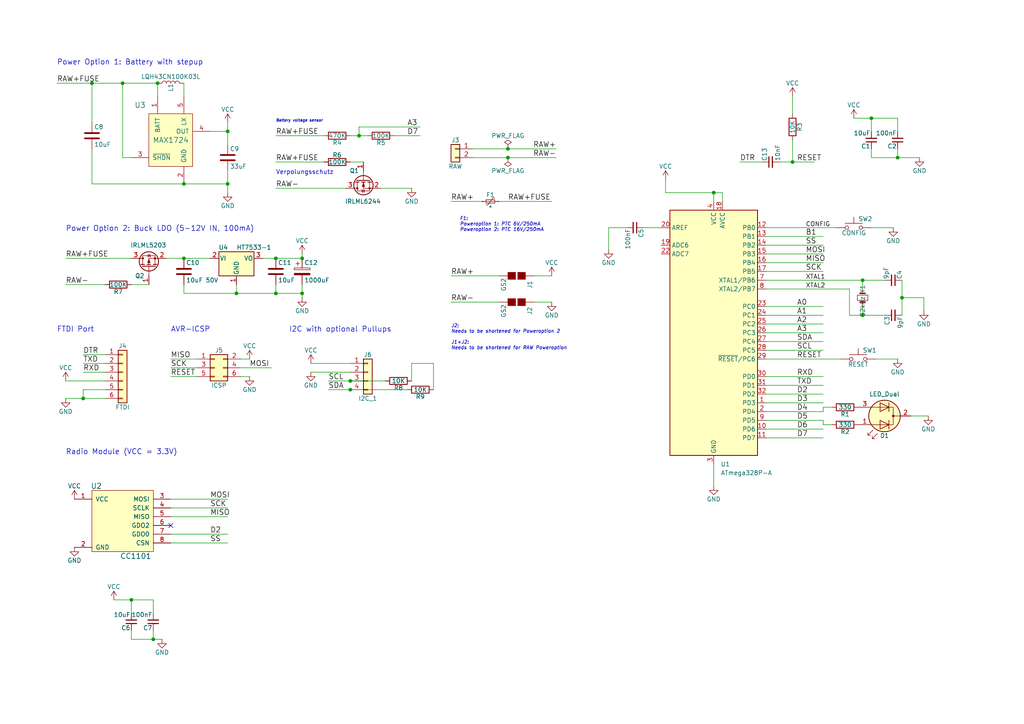
<source format=kicad_sch>
(kicad_sch (version 20211123) (generator eeschema)
  (paper "A4")
  (title_block (title "HB-UNI-328P-SMALL") (date "2023-04-30") (rev "2") (company "CHRISKLINGER.DE"))
  (lib_symbols
    (symbol "Device:C" (pin_numbers hide) (pin_names (offset 0.254))
      (property "Reference" "C" (at 0.635 2.54 0))
      (property "Value" "C" (at 0.635 -2.54 0))
      (symbol "C_0_1"
        (polyline (pts (xy -2.032 -0.762) (xy 2.032 -0.762)) (stroke (width 0.508)))
        (polyline (pts (xy -2.032 0.762) (xy 2.032 0.762)) (stroke (width 0.508)))
      )
      (symbol "C_1_1"
        (pin passive line (at 0 3.81 270) (length 2.794) (name "~") (number "1"))
        (pin passive line (at 0 -3.81 90) (length 2.794) (name "~") (number "2"))
      )
    )
    (symbol "Device:C_Small" (pin_numbers hide) (pin_names (offset 0.254) hide)
      (property "Reference" "C" (at 0.254 1.778 0))
      (property "Value" "C_Small" (at 0.254 -2.032 0))
      (symbol "C_Small_0_1"
        (polyline (pts (xy -1.524 -0.508) (xy 1.524 -0.508)) (stroke (width 0.3302)))
        (polyline (pts (xy -1.524 0.508) (xy 1.524 0.508)) (stroke (width 0.3048)))
      )
      (symbol "C_Small_1_1"
        (pin passive line (at 0 2.54 270) (length 2.032) (name "~") (number "1"))
        (pin passive line (at 0 -2.54 90) (length 2.032) (name "~") (number "2"))
      )
    )
    (symbol "Device:Crystal_Small" (pin_numbers hide) (pin_names (offset 1.016) hide)
      (property "Reference" "Y1" (at -2.54 0 0))
      (property "Value" "32kHz" (at 2.54 0 0))
      (symbol "Crystal_Small_0_1"
        (rectangle (start -0.762 -1.524) (end 0.762 1.524))
        (polyline (pts (xy -1.27 -0.762) (xy -1.27 0.762)) (stroke (width 0.381)))
        (polyline (pts (xy 1.27 -0.762) (xy 1.27 0.762)) (stroke (width 0.381)))
      )
      (symbol "Crystal_Small_1_1"
        (pin passive line (at -2.54 0 0) (length 1.27) (name "1") (number "1"))
        (pin passive line (at 2.54 0 180) (length 1.27) (name "4") (number "4"))
      )
    )
    (symbol "Device:L" (pin_numbers hide) (pin_names (offset 1.016) hide)
      (property "Reference" "L" (at -1.27 0 90))
      (property "Value" "L" (at 1.905 0 90))
      (symbol "L_0_1"
        (arc (start 0 -2.54) (mid 0.635 -1.905) (end 0 -1.27))
        (arc (start 0 -1.27) (mid 0.635 -0.635) (end 0 0))
        (arc (start 0 0) (mid 0.635 0.635) (end 0 1.27))
        (arc (start 0 1.27) (mid 0.635 1.905) (end 0 2.54))
      )
      (symbol "L_1_1"
        (pin passive line (at 0 3.81 270) (length 1.27) (name "1") (number "1"))
        (pin passive line (at 0 -3.81 90) (length 1.27) (name "2") (number "2"))
      )
    )
    (symbol "Device:Polyfuse_Small" (pin_numbers hide) (pin_names (offset 0))
      (property "Reference" "F" (at -1.905 0 90))
      (property "Value" "Polyfuse_Small" (at 1.905 0 90))
      (symbol "Polyfuse_Small_0_1"
        (rectangle (start -0.508 1.27) (end 0.508 -1.27))
        (polyline (pts (xy 0 2.54) (xy 0 -2.54)))
        (polyline (pts (xy -1.016 1.27) (xy -1.016 0.762) (xy 1.016 -0.762) (xy 1.016 -1.27)))
      )
      (symbol "Polyfuse_Small_1_1"
        (pin passive line (at 0 2.54 270) (length 0.635) (name "~") (number "1"))
        (pin passive line (at 0 -2.54 90) (length 0.635) (name "~") (number "2"))
      )
    )
    (symbol "Device:Q_NMOS_GSD" (pin_names (offset 0) hide)
      (property "Reference" "Q" (at 5.08 1.27 0))
      (property "Value" "Q_NMOS_GSD" (at 5.08 -1.27 0))
      (symbol "Q_NMOS_GSD_0_1"
        (polyline (pts (xy 0.254 0) (xy -2.54 0)))
        (polyline (pts (xy 0.254 1.905) (xy 0.254 -1.905)) (stroke (width 0.254)))
        (polyline (pts (xy 0.762 -1.27) (xy 0.762 -2.286)) (stroke (width 0.254)))
        (polyline (pts (xy 0.762 0.508) (xy 0.762 -0.508)) (stroke (width 0.254)))
        (polyline (pts (xy 0.762 2.286) (xy 0.762 1.27)) (stroke (width 0.254)))
        (polyline (pts (xy 2.54 2.54) (xy 2.54 1.778)))
        (polyline (pts (xy 2.54 -2.54) (xy 2.54 0) (xy 0.762 0)))
        (polyline (pts (xy 0.762 -1.778) (xy 3.302 -1.778) (xy 3.302 1.778) (xy 0.762 1.778)))
        (polyline (pts (xy 1.016 0) (xy 2.032 0.381) (xy 2.032 -0.381) (xy 1.016 0)) (fill (type outline)))
        (polyline (pts (xy 2.794 0.508) (xy 2.921 0.381) (xy 3.683 0.381) (xy 3.81 0.254)))
        (polyline (pts (xy 3.302 0.381) (xy 2.921 -0.254) (xy 3.683 -0.254) (xy 3.302 0.381)))
        (circle (center 1.651 0) (radius 2.794) (stroke (width 0.254)))
        (circle (center 2.54 -1.778) (radius 0.254) (fill (type outline)))
        (circle (center 2.54 1.778) (radius 0.254) (fill (type outline)))
      )
      (symbol "Q_NMOS_GSD_1_1"
        (pin input line (at -5.08 0 0) (length 2.54) (name "G") (number "1"))
        (pin passive line (at 2.54 -5.08 90) (length 2.54) (name "S") (number "2"))
        (pin passive line (at 2.54 5.08 270) (length 2.54) (name "D") (number "3"))
      )
    )
    (symbol "Device:Q_PMOS_GSD" (pin_names (offset 0) hide)
      (property "Reference" "Q" (at 5.08 1.27 0))
      (property "Value" "Q_PMOS_GSD" (at 5.08 -1.27 0))
      (symbol "Q_PMOS_GSD_0_1"
        (polyline (pts (xy 0.254 0) (xy -2.54 0)))
        (polyline (pts (xy 0.254 1.905) (xy 0.254 -1.905)) (stroke (width 0.254)))
        (polyline (pts (xy 0.762 -1.27) (xy 0.762 -2.286)) (stroke (width 0.254)))
        (polyline (pts (xy 0.762 0.508) (xy 0.762 -0.508)) (stroke (width 0.254)))
        (polyline (pts (xy 0.762 2.286) (xy 0.762 1.27)) (stroke (width 0.254)))
        (polyline (pts (xy 2.54 2.54) (xy 2.54 1.778)))
        (polyline (pts (xy 2.54 -2.54) (xy 2.54 0) (xy 0.762 0)))
        (polyline (pts (xy 0.762 1.778) (xy 3.302 1.778) (xy 3.302 -1.778) (xy 0.762 -1.778)))
        (polyline (pts (xy 2.286 0) (xy 1.27 0.381) (xy 1.27 -0.381) (xy 2.286 0)) (fill (type outline)))
        (polyline (pts (xy 2.794 -0.508) (xy 2.921 -0.381) (xy 3.683 -0.381) (xy 3.81 -0.254)))
        (polyline (pts (xy 3.302 -0.381) (xy 2.921 0.254) (xy 3.683 0.254) (xy 3.302 -0.381)))
        (circle (center 1.651 0) (radius 2.794) (stroke (width 0.254)))
        (circle (center 2.54 -1.778) (radius 0.254) (fill (type outline)))
        (circle (center 2.54 1.778) (radius 0.254) (fill (type outline)))
      )
      (symbol "Q_PMOS_GSD_1_1"
        (pin input line (at -5.08 0 0) (length 2.54) (name "G") (number "1"))
        (pin passive line (at 2.54 -5.08 90) (length 2.54) (name "S") (number "2"))
        (pin passive line (at 2.54 5.08 270) (length 2.54) (name "D") (number "3"))
      )
    )
    (symbol "Device:R" (pin_numbers hide) (pin_names (offset 0))
      (property "Reference" "R" (at 2.032 0 90))
      (property "Value" "R" (at 0 0 90))
      (symbol "R_0_1"
        (rectangle (start -1.016 -2.54) (end 1.016 2.54) (stroke (width 0.254)))
      )
      (symbol "R_1_1"
        (pin passive line (at 0 3.81 270) (length 1.27) (name "~") (number "1"))
        (pin passive line (at 0 -3.81 90) (length 1.27) (name "~") (number "2"))
      )
    )
    (symbol "HB-UNI-644-rescue:CC1101-Homebrew" (pin_names (offset 1.016))
      (property "Reference" "U" (at -1.27 17.78 0))
      (property "Value" "CC1101-Homebrew" (at 10.16 -2.54 0))
      (symbol "CC1101-Homebrew_0_1"
        (rectangle (start -2.54 16.51) (end 15.24 -1.27) (fill (type background)))
      )
      (symbol "CC1101-Homebrew_1_1"
        (pin power_in line (at -7.62 13.97 0) (length 5.08) (name "VCC") (number "1"))
        (pin power_in line (at -7.62 0 0) (length 5.08) (name "GND") (number "2"))
        (pin input line (at 20.32 13.97 180) (length 5.08) (name "MOSI") (number "3"))
        (pin input line (at 20.32 11.43 180) (length 5.08) (name "SCLK") (number "4"))
        (pin output line (at 20.32 8.89 180) (length 5.08) (name "MISO") (number "5"))
        (pin output line (at 20.32 6.35 180) (length 5.08) (name "GDO2") (number "6"))
        (pin output line (at 20.32 3.81 180) (length 5.08) (name "GDO0") (number "7"))
        (pin input line (at 20.32 1.27 180) (length 5.08) (name "CSN") (number "8"))
      )
    )
    (symbol "HB-UNI-644-rescue:CP-Device" (pin_numbers hide) (pin_names (offset 0.254))
      (property "Reference" "C" (at 0.635 2.54 0))
      (property "Value" "CP-Device" (at 0.635 -2.54 0))
      (symbol "CP-Device_0_1"
        (rectangle (start -2.286 0.508) (end -2.286 1.016))
        (rectangle (start -2.286 0.508) (end 2.286 0.508))
        (polyline (pts (xy -1.778 2.286) (xy -0.762 2.286)))
        (polyline (pts (xy -1.27 2.794) (xy -1.27 1.778)))
        (rectangle (start 2.286 -0.508) (end -2.286 -1.016) (fill (type outline)))
        (rectangle (start 2.286 1.016) (end -2.286 1.016))
        (rectangle (start 2.286 1.016) (end 2.286 0.508))
      )
      (symbol "CP-Device_1_1"
        (pin passive line (at 0 3.81 270) (length 2.794) (name "~") (number "1"))
        (pin passive line (at 0 -3.81 90) (length 2.794) (name "~") (number "2"))
      )
    )
    (symbol "HB-UNI-644-rescue:Conn_01x02-conn" (pin_names (offset 1.016) hide)
      (property "Reference" "J" (at 0 2.54 0))
      (property "Value" "Conn_01x02-conn" (at 0 -5.08 0))
      (symbol "Conn_01x02-conn_1_1"
        (rectangle (start -1.27 -2.413) (end 0 -2.667) (stroke (width 0.1524)))
        (rectangle (start -1.27 0.127) (end 0 -0.127) (stroke (width 0.1524)))
        (rectangle (start -1.27 1.27) (end 1.27 -3.81) (stroke (width 0.254)) (fill (type background)))
        (pin passive line (at -5.08 0 0) (length 3.81) (name "Pin_1") (number "1"))
        (pin passive line (at -5.08 -2.54 0) (length 3.81) (name "Pin_2") (number "2"))
      )
    )
    (symbol "HB-UNI-644-rescue:Conn_01x04-conn" (pin_names (offset 1.016) hide)
      (property "Reference" "J" (at 0 5.08 0))
      (property "Value" "Conn_01x04-conn" (at 0 -7.62 0))
      (symbol "Conn_01x04-conn_1_1"
        (rectangle (start -1.27 -4.953) (end 0 -5.207) (stroke (width 0.1524)))
        (rectangle (start -1.27 -2.413) (end 0 -2.667) (stroke (width 0.1524)))
        (rectangle (start -1.27 0.127) (end 0 -0.127) (stroke (width 0.1524)))
        (rectangle (start -1.27 2.667) (end 0 2.413) (stroke (width 0.1524)))
        (rectangle (start -1.27 3.81) (end 1.27 -6.35) (stroke (width 0.254)) (fill (type background)))
        (pin passive line (at -5.08 2.54 0) (length 3.81) (name "Pin_1") (number "1"))
        (pin passive line (at -5.08 0 0) (length 3.81) (name "Pin_2") (number "2"))
        (pin passive line (at -5.08 -2.54 0) (length 3.81) (name "Pin_3") (number "3"))
        (pin passive line (at -5.08 -5.08 0) (length 3.81) (name "Pin_4") (number "4"))
      )
    )
    (symbol "HB-UNI-644-rescue:Conn_01x06-conn" (pin_names (offset 1.016) hide)
      (property "Reference" "J" (at 0 7.62 0))
      (property "Value" "Conn_01x06-conn" (at 0 -10.16 0))
      (symbol "Conn_01x06-conn_1_1"
        (rectangle (start -1.27 -7.493) (end 0 -7.747) (stroke (width 0.1524)))
        (rectangle (start -1.27 -4.953) (end 0 -5.207) (stroke (width 0.1524)))
        (rectangle (start -1.27 -2.413) (end 0 -2.667) (stroke (width 0.1524)))
        (rectangle (start -1.27 0.127) (end 0 -0.127) (stroke (width 0.1524)))
        (rectangle (start -1.27 2.667) (end 0 2.413) (stroke (width 0.1524)))
        (rectangle (start -1.27 5.207) (end 0 4.953) (stroke (width 0.1524)))
        (rectangle (start -1.27 6.35) (end 1.27 -8.89) (stroke (width 0.254)) (fill (type background)))
        (pin passive line (at -5.08 5.08 0) (length 3.81) (name "Pin_1") (number "1"))
        (pin passive line (at -5.08 2.54 0) (length 3.81) (name "Pin_2") (number "2"))
        (pin passive line (at -5.08 0 0) (length 3.81) (name "Pin_3") (number "3"))
        (pin passive line (at -5.08 -2.54 0) (length 3.81) (name "Pin_4") (number "4"))
        (pin passive line (at -5.08 -5.08 0) (length 3.81) (name "Pin_5") (number "5"))
        (pin passive line (at -5.08 -7.62 0) (length 3.81) (name "Pin_6") (number "6"))
      )
    )
    (symbol "HB-UNI-644-rescue:Conn_02x03_Odd_Even-conn" (pin_names (offset 1.016) hide)
      (property "Reference" "J" (at 1.27 5.08 0))
      (property "Value" "Conn_02x03_Odd_Even-conn" (at 1.27 -5.08 0))
      (symbol "Conn_02x03_Odd_Even-conn_1_1"
        (rectangle (start -1.27 -2.413) (end 0 -2.667) (stroke (width 0.1524)))
        (rectangle (start -1.27 0.127) (end 0 -0.127) (stroke (width 0.1524)))
        (rectangle (start -1.27 2.667) (end 0 2.413) (stroke (width 0.1524)))
        (rectangle (start -1.27 3.81) (end 3.81 -3.81) (stroke (width 0.254)) (fill (type background)))
        (rectangle (start 3.81 -2.413) (end 2.54 -2.667) (stroke (width 0.1524)))
        (rectangle (start 3.81 0.127) (end 2.54 -0.127) (stroke (width 0.1524)))
        (rectangle (start 3.81 2.667) (end 2.54 2.413) (stroke (width 0.1524)))
        (pin passive line (at -5.08 2.54 0) (length 3.81) (name "Pin_1") (number "1"))
        (pin passive line (at 7.62 2.54 180) (length 3.81) (name "Pin_2") (number "2"))
        (pin passive line (at -5.08 0 0) (length 3.81) (name "Pin_3") (number "3"))
        (pin passive line (at 7.62 0 180) (length 3.81) (name "Pin_4") (number "4"))
        (pin passive line (at -5.08 -2.54 0) (length 3.81) (name "Pin_5") (number "5"))
        (pin passive line (at 7.62 -2.54 180) (length 3.81) (name "Pin_6") (number "6"))
      )
    )
    (symbol "HB-UNI-644-rescue:GS2-conn" (pin_numbers hide) (pin_names (offset 1.016) hide)
      (property "Reference" "J" (at 2.54 3.81 0))
      (property "Value" "GS2-conn" (at 2.54 -3.7846 0))
      (symbol "GS2-conn_0_1"
        (polyline (pts (xy -1.016 -0.254) (xy -1.016 -2.54) (xy 1.016 -2.54) (xy 1.016 -0.254)) (fill (type outline)))
        (polyline (pts (xy -1.016 0.254) (xy -1.016 2.54) (xy 1.016 2.54) (xy 1.016 0.254)) (fill (type outline)))
      )
      (symbol "GS2-conn_1_1"
        (pin passive line (at 0 5.08 270) (length 2.54) (name "G1") (number "1"))
        (pin passive line (at 0 -5.08 90) (length 2.54) (name "G2") (number "2"))
      )
    )
    (symbol "HB-UNI-644-rescue:HT7533-1-Homebrew" (pin_names (offset 0.254))
      (property "Reference" "U" (at -3.81 3.175 0))
      (property "Value" "HT7533-1-Homebrew" (at 0 3.175 0))
      (symbol "HT7533-1-Homebrew_0_1"
        (rectangle (start -5.08 1.905) (end 5.08 -5.08) (stroke (width 0.254)) (fill (type background)))
      )
      (symbol "HT7533-1-Homebrew_1_1"
        (pin power_in line (at 0 -7.62 90) (length 2.54) (name "GND") (number "1"))
        (pin power_in line (at -7.62 0 0) (length 2.54) (name "VI") (number "2"))
        (pin power_out line (at 7.62 0 180) (length 2.54) (name "VO") (number "3"))
      )
    )
    (symbol "HB-UNI-644-rescue:LED_Dual_ACA-Device" (pin_names (offset 0) hide)
      (property "Reference" "D" (at 0 5.715 0))
      (property "Value" "LED_Dual_ACA-Device" (at 0 -6.35 0))
      (symbol "LED_Dual_ACA-Device_0_1"
        (circle (center -2.54 0) (radius 0.2794) (fill (type outline)))
        (polyline (pts (xy -4.572 0) (xy -2.54 0)))
        (polyline (pts (xy -1.27 -1.27) (xy -1.27 -3.81)) (stroke (width 0.2032)))
        (polyline (pts (xy -1.27 1.27) (xy -1.27 3.81)) (stroke (width 0.2032)))
        (polyline (pts (xy 3.81 -2.54) (xy 1.905 -2.54)))
        (polyline (pts (xy 3.81 2.54) (xy 1.905 2.54)))
        (polyline (pts (xy 1.27 -3.81) (xy 1.27 -1.27) (xy -1.27 -2.54) (xy 1.27 -3.81)) (stroke (width 0.2032)))
        (polyline (pts (xy 1.27 1.27) (xy 1.27 3.81) (xy -1.27 2.54) (xy 1.27 1.27)) (stroke (width 0.2032)))
        (polyline (pts (xy 2.032 2.54) (xy -2.54 2.54) (xy -2.54 -2.54) (xy 2.032 -2.54)))
        (polyline (pts (xy 2.032 5.08) (xy 3.556 6.604) (xy 2.794 6.604) (xy 3.556 6.604) (xy 3.556 5.842)))
        (polyline (pts (xy 3.302 4.064) (xy 4.826 5.588) (xy 4.064 5.588) (xy 4.826 5.588) (xy 4.826 4.826)))
        (circle (center 0 0) (radius 4.572) (stroke (width 0.254)) (fill (type background)))
      )
      (symbol "LED_Dual_ACA-Device_1_1"
        (pin input line (at 7.62 2.54 180) (length 3.81) (name "A1") (number "1"))
        (pin input line (at -7.62 0 0) (length 3.048) (name "K") (number "2"))
        (pin input line (at 7.62 -2.54 180) (length 3.81) (name "A2") (number "3"))
      )
    )
    (symbol "HB-UNI-644-rescue:MAX1724-RESCUE-HB-UNI-644" (pin_names (offset 1.016))
      (property "Reference" "U" (at -8.89 10.16 0))
      (property "Value" "MAX1724-RESCUE-HB-UNI-644" (at 0 0 0))
      (symbol "MAX1724-RESCUE-HB-UNI-644_0_1"
        (rectangle (start -6.35 7.62) (end 6.35 -7.62) (fill (type background)))
      )
      (symbol "MAX1724-RESCUE-HB-UNI-644_1_1"
        (pin power_in line (at -3.81 12.7 270) (length 5.08) (name "BATT") (number "1"))
        (pin power_in line (at 3.81 -12.7 90) (length 5.08) (name "GND") (number "2"))
        (pin input line (at -11.43 -5.08 0) (length 5.08) (name "~{SHDN}") (number "3"))
        (pin power_out line (at 11.43 2.54 180) (length 5.08) (name "OUT") (number "4"))
        (pin input line (at 3.81 12.7 270) (length 5.08) (name "LX") (number "5"))
      )
    )
    (symbol "HB-UNI-644-rescue:SW_Push-switches" (pin_numbers hide) (pin_names (offset 1.016) hide)
      (property "Reference" "SW" (at 1.27 2.54 0))
      (property "Value" "SW_Push-switches" (at 0 -1.524 0))
      (symbol "SW_Push-switches_0_1"
        (circle (center -2.032 0) (radius 0.508))
        (polyline (pts (xy 0 1.27) (xy 0 3.048)))
        (polyline (pts (xy 2.54 1.27) (xy -2.54 1.27)))
        (circle (center 2.032 0) (radius 0.508))
        (pin passive line (at -5.08 0 0) (length 2.54) (name "1") (number "1"))
        (pin passive line (at 5.08 0 180) (length 2.54) (name "2") (number "2"))
      )
    )
    (symbol "MCU_Microchip_ATmega:ATmega328P-A"
      (property "Reference" "U" (at -12.7 36.83 0))
      (property "Value" "ATmega328P-A" (at 2.54 -36.83 0))
      (symbol "ATmega328P-A_0_1"
        (rectangle (start -12.7 -35.56) (end 12.7 35.56) (stroke (width 0.254)) (fill (type background)))
      )
      (symbol "ATmega328P-A_1_1"
        (pin bidirectional line (at 15.24 -20.32 180) (length 2.54) (name "PD3") (number "1"))
        (pin bidirectional line (at 15.24 -27.94 180) (length 2.54) (name "PD6") (number "10"))
        (pin bidirectional line (at 15.24 -30.48 180) (length 2.54) (name "PD7") (number "11"))
        (pin bidirectional line (at 15.24 30.48 180) (length 2.54) (name "PB0") (number "12"))
        (pin bidirectional line (at 15.24 27.94 180) (length 2.54) (name "PB1") (number "13"))
        (pin bidirectional line (at 15.24 25.4 180) (length 2.54) (name "PB2") (number "14"))
        (pin bidirectional line (at 15.24 22.86 180) (length 2.54) (name "PB3") (number "15"))
        (pin bidirectional line (at 15.24 20.32 180) (length 2.54) (name "PB4") (number "16"))
        (pin bidirectional line (at 15.24 17.78 180) (length 2.54) (name "PB5") (number "17"))
        (pin power_in line (at 2.54 38.1 270) (length 2.54) (name "AVCC") (number "18"))
        (pin input line (at -15.24 25.4 0) (length 2.54) (name "ADC6") (number "19"))
        (pin bidirectional line (at 15.24 -22.86 180) (length 2.54) (name "PD4") (number "2"))
        (pin passive line (at -15.24 30.48 0) (length 2.54) (name "AREF") (number "20"))
        (pin passive line (at 0 -38.1 90) (length 2.54) hide (name "GND") (number "21"))
        (pin input line (at -15.24 22.86 0) (length 2.54) (name "ADC7") (number "22"))
        (pin bidirectional line (at 15.24 7.62 180) (length 2.54) (name "PC0") (number "23"))
        (pin bidirectional line (at 15.24 5.08 180) (length 2.54) (name "PC1") (number "24"))
        (pin bidirectional line (at 15.24 2.54 180) (length 2.54) (name "PC2") (number "25"))
        (pin bidirectional line (at 15.24 0 180) (length 2.54) (name "PC3") (number "26"))
        (pin bidirectional line (at 15.24 -2.54 180) (length 2.54) (name "PC4") (number "27"))
        (pin bidirectional line (at 15.24 -5.08 180) (length 2.54) (name "PC5") (number "28"))
        (pin bidirectional line (at 15.24 -7.62 180) (length 2.54) (name "~{RESET}/PC6") (number "29"))
        (pin power_in line (at 0 -38.1 90) (length 2.54) (name "GND") (number "3"))
        (pin bidirectional line (at 15.24 -12.7 180) (length 2.54) (name "PD0") (number "30"))
        (pin bidirectional line (at 15.24 -15.24 180) (length 2.54) (name "PD1") (number "31"))
        (pin bidirectional line (at 15.24 -17.78 180) (length 2.54) (name "PD2") (number "32"))
        (pin power_in line (at 0 38.1 270) (length 2.54) (name "VCC") (number "4"))
        (pin passive line (at 0 -38.1 90) (length 2.54) hide (name "GND") (number "5"))
        (pin passive line (at 0 38.1 270) (length 2.54) hide (name "VCC") (number "6"))
        (pin bidirectional line (at 15.24 15.24 180) (length 2.54) (name "XTAL1/PB6") (number "7"))
        (pin bidirectional line (at 15.24 12.7 180) (length 2.54) (name "XTAL2/PB7") (number "8"))
        (pin bidirectional line (at 15.24 -25.4 180) (length 2.54) (name "PD5") (number "9"))
      )
    )
    (symbol "power:GND" (power) (pin_names (offset 0))
      (property "Value" "GND" (at 0 -3.81 0))
      (symbol "GND_0_1"
        (polyline (pts (xy 0 0) (xy 0 -1.27) (xy 1.27 -1.27) (xy 0 -2.54) (xy -1.27 -1.27) (xy 0 -1.27)))
      )
      (symbol "GND_1_1"
        (pin power_in line (at 0 0 270) (length 0) hide (name "GND") (number "1"))
      )
    )
    (symbol "power:PWR_FLAG" (power) (pin_numbers hide) (pin_names (offset 0) hide)
      (property "Value" "PWR_FLAG" (at 0 3.81 0))
      (symbol "PWR_FLAG_0_0"
        (pin power_out line (at 0 0 90) (length 0) (name "pwr") (number "1"))
      )
      (symbol "PWR_FLAG_0_1"
        (polyline (pts (xy 0 0) (xy 0 1.27) (xy -1.016 1.905) (xy 0 2.54) (xy 1.016 1.905) (xy 0 1.27)))
      )
    )
    (symbol "power:VCC" (power) (pin_names (offset 0))
      (property "Value" "VCC" (at 0 3.81 0))
      (symbol "VCC_0_1"
        (polyline (pts (xy -0.762 1.27) (xy 0 2.54)))
        (polyline (pts (xy 0 0) (xy 0 2.54)))
        (polyline (pts (xy 0 2.54) (xy 0.762 1.27)))
      )
      (symbol "VCC_1_1"
        (pin power_in line (at 0 0 90) (length 0) hide (name "VCC") (number "1"))
      )
    )
  )
  (junction (at 104.14 39.37))
  (junction (at 101.6 110.49))
  (junction (at 250.19 91.44))
  (junction (at 250.19 81.28))
  (junction (at 80.01 85.09))
  (junction (at 44.45 185.42))
  (junction (at 252.73 34.29))
  (junction (at 207.01 55.88))
  (junction (at 45.72 24.13))
  (junction (at 260.35 45.72))
  (junction (at 147.32 45.72))
  (junction (at 53.34 53.34))
  (junction (at 53.34 74.93))
  (junction (at 229.87 46.99))
  (junction (at 101.6 113.03))
  (junction (at 87.63 85.09))
  (junction (at 261.62 86.36))
  (junction (at 80.01 74.93))
  (junction (at 66.04 53.34))
  (junction (at 26.67 24.13))
  (junction (at 66.04 38.1))
  (junction (at 68.58 85.09))
  (junction (at 147.32 43.18))
  (junction (at 24.13 115.57))
  (junction (at 87.63 74.93))
  (junction (at 38.1 173.99))
  (junction (at 35.56 24.13))
  (no_connect (at 49.53 152.4))
  (wire (pts (xy 66.04 49.53) (xy 66.04 53.34)))
  (wire (pts (xy 53.34 85.09) (xy 68.58 85.09)))
  (wire (pts (xy 95.25 110.49) (xy 101.6 110.49)))
  (wire (pts (xy 193.04 52.07) (xy 193.04 55.88)))
  (wire (pts (xy 160.02 58.42) (xy 144.78 58.42)))
  (wire (pts (xy 222.25 121.92) (xy 238.76 121.92)))
  (wire (pts (xy 57.15 106.68) (xy 49.53 106.68)))
  (wire (pts (xy 24.13 107.95) (xy 30.48 107.95)))
  (wire (pts (xy 38.1 185.42) (xy 44.45 185.42)))
  (wire (pts (xy 38.1 173.99) (xy 44.45 173.99)))
  (wire (pts (xy 80.01 85.09) (xy 87.63 85.09)))
  (wire (pts (xy 137.16 43.18) (xy 147.32 43.18)))
  (wire (pts (xy 104.14 39.37) (xy 106.68 39.37)))
  (wire (pts (xy 87.63 74.93) (xy 87.63 73.66)))
  (wire (pts (xy 207.01 134.62) (xy 207.01 140.97)))
  (wire (pts (xy 264.16 120.65) (xy 269.24 120.65)))
  (wire (pts (xy 256.54 91.44) (xy 250.19 91.44)))
  (wire (pts (xy 48.26 74.93) (xy 53.34 74.93)))
  (wire (pts (xy 24.13 113.03) (xy 24.13 115.57)))
  (wire (pts (xy 229.87 46.99) (xy 236.22 46.99)))
  (wire (pts (xy 222.25 66.04) (xy 242.57 66.04)))
  (wire (pts (xy 256.54 81.28) (xy 250.19 81.28)))
  (wire (pts (xy 137.16 45.72) (xy 147.32 45.72)))
  (wire (pts (xy 66.04 149.86) (xy 49.53 149.86)))
  (wire (pts (xy 87.63 85.09) (xy 87.63 86.36)))
  (wire (pts (xy 114.3 39.37) (xy 121.92 39.37)))
  (wire (pts (xy 45.72 24.13) (xy 45.72 27.94)))
  (wire (pts (xy 38.1 82.55) (xy 43.18 82.55)))
  (wire (pts (xy 246.38 83.82) (xy 246.38 91.44)))
  (wire (pts (xy 209.55 55.88) (xy 209.55 58.42)))
  (wire (pts (xy 45.72 24.13) (xy 35.56 24.13)))
  (wire (pts (xy 104.14 36.83) (xy 121.92 36.83)))
  (wire (pts (xy 53.34 24.13) (xy 53.34 27.94)))
  (wire (pts (xy 90.17 105.41) (xy 101.6 105.41)))
  (wire (pts (xy 252.73 34.29) (xy 252.73 38.1)))
  (wire (pts (xy 19.05 74.93) (xy 38.1 74.93)))
  (wire (pts (xy 125.73 105.41) (xy 125.73 113.03)))
  (wire (pts (xy 222.25 78.74) (xy 238.76 78.74)))
  (wire (pts (xy 69.85 106.68) (xy 78.74 106.68)))
  (wire (pts (xy 181.61 66.04) (xy 176.53 66.04)))
  (wire (pts (xy 30.48 113.03) (xy 24.13 113.03)))
  (wire (pts (xy 69.85 109.22) (xy 72.39 109.22)))
  (wire (pts (xy 101.6 110.49) (xy 111.76 110.49)))
  (wire (pts (xy 139.7 58.42) (xy 130.81 58.42)))
  (wire (pts (xy 130.81 80.01) (xy 144.78 80.01)))
  (wire (pts (xy 261.62 86.36) (xy 261.62 91.44)))
  (wire (pts (xy 80.01 82.55) (xy 80.01 85.09)))
  (wire (pts (xy 154.94 80.01) (xy 160.02 80.01)))
  (wire (pts (xy 104.14 36.83) (xy 104.14 39.37)))
  (wire (pts (xy 93.98 46.99) (xy 80.01 46.99)))
  (wire (pts (xy 186.69 66.04) (xy 191.77 66.04)))
  (wire (pts (xy 87.63 82.55) (xy 87.63 85.09)))
  (wire (pts (xy 69.85 104.14) (xy 72.39 104.14)))
  (wire (pts (xy 19.05 82.55) (xy 30.48 82.55)))
  (wire (pts (xy 222.25 96.52) (xy 238.76 96.52)))
  (wire (pts (xy 66.04 35.56) (xy 66.04 38.1)))
  (wire (pts (xy 222.25 68.58) (xy 238.76 68.58)))
  (wire (pts (xy 49.53 157.48) (xy 66.04 157.48)))
  (wire (pts (xy 101.6 39.37) (xy 104.14 39.37)))
  (wire (pts (xy 60.96 38.1) (xy 66.04 38.1)))
  (wire (pts (xy 19.05 115.57) (xy 24.13 115.57)))
  (wire (pts (xy 26.67 43.18) (xy 26.67 53.34)))
  (wire (pts (xy 252.73 66.04) (xy 259.08 66.04)))
  (wire (pts (xy 193.04 55.88) (xy 207.01 55.88)))
  (wire (pts (xy 76.2 74.93) (xy 80.01 74.93)))
  (wire (pts (xy 267.97 86.36) (xy 261.62 86.36)))
  (wire (pts (xy 68.58 85.09) (xy 80.01 85.09)))
  (wire (pts (xy 53.34 53.34) (xy 66.04 53.34)))
  (wire (pts (xy 222.25 73.66) (xy 238.76 73.66)))
  (wire (pts (xy 207.01 55.88) (xy 209.55 55.88)))
  (wire (pts (xy 80.01 74.93) (xy 87.63 74.93)))
  (wire (pts (xy 35.56 45.72) (xy 35.56 24.13)))
  (wire (pts (xy 35.56 24.13) (xy 26.67 24.13)))
  (wire (pts (xy 44.45 173.99) (xy 44.45 177.8)))
  (wire (pts (xy 222.25 76.2) (xy 238.76 76.2)))
  (wire (pts (xy 66.04 38.1) (xy 66.04 41.91)))
  (wire (pts (xy 229.87 40.64) (xy 229.87 46.99)))
  (wire (pts (xy 238.76 123.19) (xy 241.3 123.19)))
  (wire (pts (xy 19.05 110.49) (xy 30.48 110.49)))
  (wire (pts (xy 222.25 119.38) (xy 238.76 119.38)))
  (wire (pts (xy 222.25 104.14) (xy 243.84 104.14)))
  (wire (pts (xy 222.25 127) (xy 238.76 127)))
  (wire (pts (xy 207.01 55.88) (xy 207.01 58.42)))
  (wire (pts (xy 252.73 34.29) (xy 260.35 34.29)))
  (wire (pts (xy 250.19 91.44) (xy 246.38 91.44)))
  (wire (pts (xy 101.6 113.03) (xy 118.11 113.03)))
  (wire (pts (xy 222.25 101.6) (xy 238.76 101.6)))
  (wire (pts (xy 238.76 71.12) (xy 222.25 71.12)))
  (wire (pts (xy 33.02 173.99) (xy 38.1 173.99)))
  (wire (pts (xy 24.13 102.87) (xy 30.48 102.87)))
  (wire (pts (xy 229.87 27.94) (xy 229.87 33.02)))
  (wire (pts (xy 222.25 93.98) (xy 238.76 93.98)))
  (wire (pts (xy 222.25 116.84) (xy 238.76 116.84)))
  (wire (pts (xy 250.19 81.28) (xy 250.19 83.82)))
  (wire (pts (xy 80.01 54.61) (xy 100.33 54.61)))
  (wire (pts (xy 214.63 46.99) (xy 220.98 46.99)))
  (wire (pts (xy 26.67 24.13) (xy 26.67 35.56)))
  (wire (pts (xy 267.97 90.17) (xy 267.97 86.36)))
  (wire (pts (xy 226.06 46.99) (xy 229.87 46.99)))
  (wire (pts (xy 252.73 43.18) (xy 252.73 45.72)))
  (wire (pts (xy 147.32 43.18) (xy 161.29 43.18)))
  (wire (pts (xy 261.62 81.28) (xy 261.62 86.36)))
  (wire (pts (xy 53.34 74.93) (xy 60.96 74.93)))
  (wire (pts (xy 247.65 34.29) (xy 252.73 34.29)))
  (wire (pts (xy 49.53 104.14) (xy 57.15 104.14)))
  (wire (pts (xy 90.17 107.95) (xy 101.6 107.95)))
  (wire (pts (xy 105.41 46.99) (xy 101.6 46.99)))
  (wire (pts (xy 38.1 45.72) (xy 35.56 45.72)))
  (wire (pts (xy 252.73 45.72) (xy 260.35 45.72)))
  (wire (pts (xy 222.25 111.76) (xy 238.76 111.76)))
  (wire (pts (xy 222.25 109.22) (xy 238.76 109.22)))
  (wire (pts (xy 38.1 182.88) (xy 38.1 185.42)))
  (wire (pts (xy 53.34 82.55) (xy 53.34 85.09)))
  (wire (pts (xy 238.76 121.92) (xy 238.76 123.19)))
  (wire (pts (xy 147.32 45.72) (xy 161.29 45.72)))
  (wire (pts (xy 44.45 182.88) (xy 44.45 185.42)))
  (wire (pts (xy 238.76 118.11) (xy 241.3 118.11)))
  (wire (pts (xy 222.25 99.06) (xy 238.76 99.06)))
  (wire (pts (xy 24.13 115.57) (xy 30.48 115.57)))
  (wire (pts (xy 154.94 87.63) (xy 160.02 87.63)))
  (wire (pts (xy 260.35 34.29) (xy 260.35 38.1)))
  (wire (pts (xy 222.25 91.44) (xy 238.76 91.44)))
  (wire (pts (xy 222.25 81.28) (xy 250.19 81.28)))
  (wire (pts (xy 80.01 39.37) (xy 93.98 39.37)))
  (wire (pts (xy 254 104.14) (xy 260.35 104.14)))
  (wire (pts (xy 238.76 119.38) (xy 238.76 118.11)))
  (wire (pts (xy 44.45 185.42) (xy 46.99 185.42)))
  (wire (pts (xy 130.81 87.63) (xy 144.78 87.63)))
  (wire (pts (xy 66.04 147.32) (xy 49.53 147.32)))
  (wire (pts (xy 222.25 114.3) (xy 238.76 114.3)))
  (wire (pts (xy 222.25 124.46) (xy 238.76 124.46)))
  (wire (pts (xy 66.04 144.78) (xy 49.53 144.78)))
  (wire (pts (xy 119.38 105.41) (xy 119.38 110.49)))
  (wire (pts (xy 222.25 83.82) (xy 246.38 83.82)))
  (wire (pts (xy 66.04 154.94) (xy 49.53 154.94)))
  (wire (pts (xy 49.53 109.22) (xy 57.15 109.22)))
  (wire (pts (xy 260.35 45.72) (xy 266.7 45.72)))
  (wire (pts (xy 222.25 88.9) (xy 238.76 88.9)))
  (wire (pts (xy 119.38 105.41) (xy 125.73 105.41)))
  (wire (pts (xy 24.13 105.41) (xy 30.48 105.41)))
  (wire (pts (xy 66.04 53.34) (xy 66.04 55.88)))
  (wire (pts (xy 26.67 53.34) (xy 53.34 53.34)))
  (wire (pts (xy 250.19 88.9) (xy 250.19 91.44)))
  (wire (pts (xy 26.67 24.13) (xy 16.51 24.13)))
  (wire (pts (xy 176.53 66.04) (xy 176.53 72.39)))
  (wire (pts (xy 110.49 54.61) (xy 119.38 54.61)))
  (wire (pts (xy 38.1 173.99) (xy 38.1 177.8)))
  (wire (pts (xy 260.35 43.18) (xy 260.35 45.72)))
  (wire (pts (xy 95.25 113.03) (xy 101.6 113.03)))
  (wire (pts (xy 68.58 82.55) (xy 68.58 85.09)))
  (text "Radio Module (VCC = 3.3V)" (at 19.05 132.08 0) (effects (font (size 1.524 1.524)) (justify left bottom)))
  (text "AVR-ICSP" (at 49.53 96.52 0) (effects (font (size 1.524 1.524)) (justify left bottom)))
  (text "Battery voltage sensor" (at 80.01 35.56 0) (effects (font (size 0.7874 0.7874) italic) (justify left bottom)))
  (text "Verpolungsschutz" (at 80.01 50.8 0) (effects (font (size 1.27 1.27)) (justify left bottom)))
  (text "FTDI Port" (at 16.51 96.52 0) (effects (font (size 1.524 1.524)) (justify left bottom)))
  (text "Power Option 1: Battery with stepup" (at 16.51 19.05 0) (effects (font (size 1.524 1.524)) (justify left bottom)))
  (text "Power Option 2: Buck LDO (5-12V IN, 100mA)" (at 19.05 67.31 0) (effects (font (size 1.524 1.524)) (justify left bottom)))
  (text "J2:\nNeeds to be shortened for Poweroption 2\n\nJ1+J2:\nNeeds to be shortened for RAW Poweroption" (at 130.81 101.6 0) (effects (font (size 0.9906 0.9906) italic) (justify left bottom)))
  (text "I2C with optional Pullups" (at 83.82 96.52 0) (effects (font (size 1.524 1.524)) (justify left bottom)))
  (text "F1:\nPoweroption 1: PTC 6V/250mA\nPoweroption 2: PTC 16V/250mA" (at 133.35 67.31 0) (effects (font (size 0.9906 0.9906) italic) (justify left bottom)))
  (label "MOSI" (at 72.39 106.68 0) (effects (font (size 1.524 1.524))))
  (label "D2" (at 60.96 154.94 0) (effects (font (size 1.524 1.524))))
  (label "RXD" (at 231.14 109.22 0) (effects (font (size 1.524 1.524))))
  (label "RAW+" (at 130.81 58.42 0) (effects (font (size 1.524 1.524))))
  (label "SDA" (at 95.25 113.03 0) (effects (font (size 1.524 1.524))))
  (label "D2" (at 231.14 114.3 0) (effects (font (size 1.524 1.524))))
  (label "SCK" (at 49.53 106.68 0) (effects (font (size 1.524 1.524))))
  (label "RAW+FUSE" (at 16.51 24.13 0) (effects (font (size 1.524 1.524))))
  (label "MOSI" (at 233.68 73.66 0) (effects (font (size 1.524 1.524))))
  (label "RAW+FUSE" (at 80.01 39.37 0) (effects (font (size 1.524 1.524))))
  (label "MISO" (at 60.96 149.86 0) (effects (font (size 1.524 1.524))))
  (label "XTAL2" (at 233.68 83.82 0))
  (label "D6" (at 231.14 124.46 0) (effects (font (size 1.524 1.524))))
  (label "D4" (at 231.14 119.38 0) (effects (font (size 1.524 1.524))))
  (label "A2" (at 231.14 93.98 0) (effects (font (size 1.524 1.524))))
  (label "RAW+" (at 130.81 80.01 0) (effects (font (size 1.524 1.524))))
  (label "CONFIG" (at 233.68 66.04 0))
  (label "SS" (at 60.96 157.48 0) (effects (font (size 1.524 1.524))))
  (label "SCL" (at 95.25 110.49 0) (effects (font (size 1.524 1.524))))
  (label "SCL" (at 231.14 101.6 0) (effects (font (size 1.524 1.524))))
  (label "RAW-" (at 19.05 82.55 0) (effects (font (size 1.524 1.524))))
  (label "SCK" (at 233.68 78.74 0) (effects (font (size 1.524 1.524))))
  (label "A1" (at 231.14 91.44 0) (effects (font (size 1.524 1.524))))
  (label "TXD" (at 24.13 105.41 0) (effects (font (size 1.524 1.524))))
  (label "RXD" (at 24.13 107.95 0) (effects (font (size 1.524 1.524))))
  (label "RAW+FUSE" (at 80.01 46.99 0) (effects (font (size 1.524 1.524))))
  (label "SS" (at 233.68 71.12 0) (effects (font (size 1.524 1.524))))
  (label "RESET" (at 231.14 104.14 0) (effects (font (size 1.524 1.524))))
  (label "RAW+FUSE" (at 19.05 74.93 0) (effects (font (size 1.524 1.524))))
  (label "RESET" (at 49.53 109.22 0) (effects (font (size 1.524 1.524))))
  (label "RAW+" (at 161.29 43.18 180) (effects (font (size 1.524 1.524))))
  (label "RAW-" (at 130.81 87.63 0) (effects (font (size 1.524 1.524))))
  (label "RESET" (at 231.14 46.99 0) (effects (font (size 1.524 1.524))))
  (label "A0" (at 231.14 88.9 0) (effects (font (size 1.524 1.524))))
  (label "DTR" (at 214.63 46.99 0) (effects (font (size 1.524 1.524))))
  (label "MISO" (at 233.68 76.2 0) (effects (font (size 1.524 1.524))))
  (label "RAW-" (at 161.29 45.72 180) (effects (font (size 1.524 1.524))))
  (label "TXD" (at 231.14 111.76 0) (effects (font (size 1.524 1.524))))
  (label "B1" (at 233.68 68.58 0) (effects (font (size 1.524 1.524))))
  (label "A3" (at 231.14 96.52 0) (effects (font (size 1.524 1.524))))
  (label "SDA" (at 231.14 99.06 0) (effects (font (size 1.524 1.524))))
  (label "DTR" (at 24.13 102.87 0) (effects (font (size 1.524 1.524))))
  (label "D7" (at 231.14 127 0) (effects (font (size 1.524 1.524))))
  (label "D5" (at 231.14 121.92 0) (effects (font (size 1.524 1.524))))
  (label "RAW-" (at 80.01 54.61 0) (effects (font (size 1.524 1.524))))
  (label "MISO" (at 49.53 104.14 0) (effects (font (size 1.524 1.524))))
  (label "A3" (at 118.11 36.83 0) (effects (font (size 1.524 1.524))))
  (label "RAW+FUSE" (at 147.32 58.42 0) (effects (font (size 1.524 1.524))))
  (label "D7" (at 118.11 39.37 0) (effects (font (size 1.524 1.524))))
  (label "XTAL1" (at 233.68 81.28 0))
  (label "D3" (at 231.14 116.84 0) (effects (font (size 1.524 1.524))))
  (label "MOSI" (at 60.96 144.78 0) (effects (font (size 1.524 1.524))))
  (label "SCK" (at 60.96 147.32 0) (effects (font (size 1.524 1.524))))
  (symbol (lib_id "Device:C_Small") (at 260.35 40.64 180) (unit 1)
    (property "Reference" "C2" (at 260.096 42.418 0) (effects (justify left)))
    (property "Value" "100nF" (at 260.096 38.608 0) (effects (justify left)))
    (property "Footprint" "Capacitor_SMD:C_1206_3216Metric_Pad1.33x1.80mm_HandSolder" (effects hide))
  )
  (symbol (lib_id "power:GND") (at 269.24 120.65 0) (unit 1)
    (property "Reference" "#PWR0122" (effects hide))
    (property "Value" "GND" (at 269.24 124.46 0))
  )
  (symbol (lib_id "power:VCC") (at 229.87 27.94 0) (unit 1)
    (property "Reference" "#PWR0120" (effects hide))
    (property "Value" "VCC" (at 229.87 24.13 0))
  )
  (symbol (lib_id "HB-UNI-644-rescue:CP-Device") (at 87.63 78.74 0) (unit 1)
    (property "Reference" "C12" (at 88.265 76.2 0) (effects (justify left)))
    (property "Value" "1000uF" (at 88.265 81.28 0) (effects (justify left)))
    (property "Footprint" "Capacitor_THT:CP_Radial_D10.0mm_P5.00mm" (effects hide))
  )
  (symbol (lib_id "power:VCC") (at 33.02 173.99 0) (unit 1)
    (property "Reference" "#PWR0115" (effects hide))
    (property "Value" "VCC" (at 33.02 170.18 0))
  )
  (symbol (lib_id "Device:R") (at 229.87 36.83 0) (unit 1)
    (property "Reference" "R3" (at 231.902 36.83 90))
    (property "Value" "10K" (at 229.87 36.83 90))
    (property "Footprint" "Resistor_SMD:R_1206_3216Metric_Pad1.30x1.75mm_HandSolder" (effects hide))
  )
  (symbol (lib_id "HB-UNI-644-rescue:SW_Push-switches") (at 247.65 66.04 0) (unit 1)
    (property "Reference" "SW2" (at 248.92 63.5 0) (effects (justify left)))
    (property "Value" "CONFIG" (at 247.65 67.564 0))
    (property "Footprint" "Button_Switch_SMD:SW_SPST_FSMSM" (effects hide))
  )
  (symbol (lib_id "HB-UNI-644-rescue:Conn_01x02-conn") (at 132.08 43.18 0) (mirror y) (unit 1)
    (property "Reference" "J3" (at 132.08 40.64 0))
    (property "Value" "RAW" (at 132.08 48.26 0))
    (property "Footprint" "Connector_PinHeader_2.54mm:PinHeader_1x02_P2.54mm_Vertical" (effects hide))
  )
  (symbol (lib_id "Device:C") (at 53.34 78.74 0) (unit 1)
    (property "Reference" "C10" (at 53.975 76.2 0) (effects (justify left)))
    (property "Value" "10uF 50V" (at 53.975 81.28 0) (effects (justify left)))
    (property "Footprint" "Capacitor_SMD:C_1206_3216Metric_Pad1.33x1.80mm_HandSolder" (effects hide))
  )
  (symbol (lib_id "power:GND") (at 46.99 185.42 0) (unit 1)
    (property "Reference" "#PWR0113" (effects hide))
    (property "Value" "GND" (at 46.99 189.23 0))
  )
  (symbol (lib_id "Device:R") (at 245.11 123.19 270) (unit 1)
    (property "Reference" "R2" (at 245.11 125.222 90))
    (property "Value" "330" (at 245.11 123.19 90))
    (property "Footprint" "Resistor_SMD:R_1206_3216Metric_Pad1.30x1.75mm_HandSolder" (effects hide))
  )
  (symbol (lib_id "power:VCC") (at 160.02 80.01 0) (unit 1)
    (property "Reference" "#PWR0101" (effects hide))
    (property "Value" "VCC" (at 160.02 76.2 0))
  )
  (symbol (lib_id "power:VCC") (at 247.65 34.29 0) (unit 1)
    (property "Reference" "#PWR0119" (effects hide))
    (property "Value" "VCC" (at 247.65 30.48 0))
  )
  (symbol (lib_id "Device:C") (at 26.67 39.37 0) (unit 1)
    (property "Reference" "C8" (at 27.305 36.83 0) (effects (justify left)))
    (property "Value" "10uF" (at 27.305 41.91 0) (effects (justify left)))
    (property "Footprint" "Capacitor_SMD:C_1206_3216Metric_Pad1.33x1.80mm_HandSolder" (effects hide))
  )
  (symbol (lib_id "power:GND") (at 90.17 107.95 0) (unit 1)
    (property "Reference" "#PWR0107" (effects hide))
    (property "Value" "GND" (at 90.17 111.76 0))
  )
  (symbol (lib_id "power:VCC") (at 193.04 52.07 0) (unit 1)
    (property "Reference" "#PWR0125" (effects hide))
    (property "Value" "VCC" (at 193.04 48.26 0))
  )
  (symbol (lib_id "HB-UNI-644-rescue:LED_Dual_ACA-Device") (at 256.54 120.65 180) (unit 1)
    (property "Reference" "D1" (at 256.54 126.365 0))
    (property "Value" "LED_Dual" (at 256.54 114.3 0))
    (property "Footprint" "LED_THT:LED_D3.0mm-3" (effects hide))
  )
  (symbol (lib_id "Device:R") (at 121.92 113.03 270) (unit 1)
    (property "Reference" "R9" (at 121.92 115.062 90))
    (property "Value" "10K" (at 121.92 113.03 90))
    (property "Footprint" "Resistor_SMD:R_1206_3216Metric_Pad1.30x1.75mm_HandSolder" (effects hide))
  )
  (symbol (lib_id "Device:C_Small") (at 259.08 91.44 90) (mirror x) (unit 1)
    (property "Reference" "C3" (at 257.302 91.694 0) (effects (justify left)))
    (property "Value" "9pF" (at 261.112 91.694 0) (effects (justify left)))
    (property "Footprint" "Capacitor_SMD:C_1206_3216Metric_Pad1.33x1.80mm_HandSolder" (effects hide))
  )
  (symbol (lib_id "HB-UNI-644-rescue:HT7533-1-Homebrew") (at 68.58 74.93 0) (unit 1)
    (property "Reference" "U4" (at 64.77 71.755 0))
    (property "Value" "HT7533-1" (at 68.58 71.755 0) (effects (justify left)))
    (property "Footprint" "Package_TO_SOT_SMD:SOT-89-3_Handsoldering" (effects hide))
  )
  (symbol (lib_id "power:GND") (at 66.04 55.88 0) (unit 1)
    (property "Reference" "#PWR0102" (effects hide))
    (property "Value" "GND" (at 66.04 59.69 0))
  )
  (symbol (lib_id "Device:R") (at 245.11 118.11 270) (unit 1)
    (property "Reference" "R1" (at 245.11 120.142 90))
    (property "Value" "330" (at 245.11 118.11 90))
    (property "Footprint" "Resistor_SMD:R_1206_3216Metric_Pad1.30x1.75mm_HandSolder" (effects hide))
  )
  (symbol (lib_id "Device:R") (at 110.49 39.37 270) (unit 1)
    (property "Reference" "R5" (at 110.49 41.402 90))
    (property "Value" "100K" (at 110.49 39.37 90))
    (property "Footprint" "Resistor_SMD:R_1206_3216Metric_Pad1.30x1.75mm_HandSolder" (effects hide))
  )
  (symbol (lib_id "HB-UNI-644-rescue:SW_Push-switches") (at 248.92 104.14 0) (unit 1)
    (property "Reference" "SW1" (at 250.19 101.6 0) (effects (justify left)))
    (property "Value" "RESET" (at 248.92 105.664 0))
    (property "Footprint" "Button_Switch_SMD:SW_SPST_FSMSM" (effects hide))
  )
  (symbol (lib_id "MCU_Microchip_ATmega:ATmega328P-A") (at 207.01 96.52 0) (unit 1)
    (property "Reference" "U1" (at 209.0294 134.62 0) (effects (justify left)))
    (property "Value" "ATmega328P-A" (at 209.0294 137.16 0) (effects (justify left)))
    (property "Footprint" "Package_QFP:TQFP-32_7x7mm_P0.8mm" (effects hide))
    (property "Datasheet" "http://ww1.microchip.com/downloads/en/DeviceDoc/ATmega328_P%20AVR%20MCU%20with%20picoPower%20Technology%20Data%20Sheet%2040001984A.pdf" (effects hide))
  )
  (symbol (lib_id "HB-UNI-644-rescue:GS2-conn") (at 149.86 80.01 270) (unit 1)
    (property "Reference" "J1" (at 153.67 82.55 0))
    (property "Value" "GS2" (at 146.0754 82.55 0))
    (property "Footprint" "Jumper:SolderJumper-2_P1.3mm_Open_Pad1.0x1.5mm" (effects hide))
  )
  (symbol (lib_id "Device:R") (at 115.57 110.49 270) (unit 1)
    (property "Reference" "R8" (at 115.57 112.522 90))
    (property "Value" "10K" (at 115.57 110.49 90))
    (property "Footprint" "Resistor_SMD:R_1206_3216Metric_Pad1.30x1.75mm_HandSolder" (effects hide))
  )
  (symbol (lib_id "Device:Q_PMOS_GSD") (at 43.18 77.47 90) (unit 1)
    (property "Reference" "Q2" (at 41.91 80.01 90) (effects (justify left)))
    (property "Value" "IRLML5203" (at 48.26 71.12 90) (effects (justify left)))
    (property "Footprint" "Package_TO_SOT_SMD:SOT-23_Handsoldering" (effects hide))
  )
  (symbol (lib_id "power:VCC") (at 21.59 144.78 0) (unit 1)
    (property "Reference" "#PWR0116" (effects hide))
    (property "Value" "VCC" (at 21.59 140.97 0))
  )
  (symbol (lib_id "power:GND") (at 21.59 158.75 0) (unit 1)
    (property "Reference" "#PWR0114" (effects hide))
    (property "Value" "GND" (at 21.59 162.56 0))
  )
  (symbol (lib_id "HB-UNI-644-rescue:CC1101-Homebrew") (at 29.21 158.75 0) (unit 1)
    (property "Reference" "U2" (at 27.94 140.97 0) (effects (font (size 1.524 1.524))))
    (property "Value" "CC1101" (at 39.37 161.29 0) (effects (font (size 1.524 1.524))))
    (property "Footprint" "CC1101:CC1101-868MHz-Module" (effects hide))
  )
  (symbol (lib_id "Device:C_Small") (at 223.52 46.99 90) (unit 1)
    (property "Reference" "C13" (at 221.742 46.736 0) (effects (justify left)))
    (property "Value" "10nF" (at 225.552 46.736 0) (effects (justify left)))
    (property "Footprint" "Capacitor_SMD:C_1206_3216Metric_Pad1.33x1.80mm_HandSolder" (effects hide))
  )
  (symbol (lib_id "Device:Q_NMOS_GSD") (at 105.41 52.07 90) (mirror x) (unit 1)
    (property "Reference" "Q1" (at 104.14 49.53 90) (effects (justify left)))
    (property "Value" "IRLML6244" (at 110.49 58.42 90) (effects (justify left)))
    (property "Footprint" "Package_TO_SOT_SMD:SOT-23_Handsoldering" (effects hide))
  )
  (symbol (lib_id "HB-UNI-644-rescue:GS2-conn") (at 149.86 87.63 270) (unit 1)
    (property "Reference" "J2" (at 153.67 90.17 0))
    (property "Value" "GS2" (at 146.0754 90.17 0))
    (property "Footprint" "Jumper:SolderJumper-2_P1.3mm_Open_Pad1.0x1.5mm" (effects hide))
  )
  (symbol (lib_id "Device:C") (at 66.04 45.72 0) (unit 1)
    (property "Reference" "C9" (at 66.675 43.18 0) (effects (justify left)))
    (property "Value" "33uF" (at 66.675 48.26 0) (effects (justify left)))
    (property "Footprint" "Capacitor_SMD:C_1206_3216Metric_Pad1.33x1.80mm_HandSolder" (effects hide))
  )
  (symbol (lib_id "power:GND") (at 260.35 104.14 0) (unit 1)
    (property "Reference" "#PWR0123" (effects hide))
    (property "Value" "GND" (at 260.35 107.95 0))
  )
  (symbol (lib_id "HB-UNI-644-rescue:Conn_01x04-conn") (at 106.68 107.95 0) (unit 1)
    (property "Reference" "J6" (at 106.68 102.87 0))
    (property "Value" "I2C_1" (at 106.68 115.57 0))
    (property "Footprint" "Connector_PinHeader_2.54mm:PinHeader_1x04_P2.54mm_Vertical" (effects hide))
  )
  (symbol (lib_id "Device:C_Small") (at 38.1 180.34 180) (unit 1)
    (property "Reference" "C6" (at 37.846 182.118 0) (effects (justify left)))
    (property "Value" "10uF" (at 37.846 178.308 0) (effects (justify left)))
    (property "Footprint" "Capacitor_SMD:C_1206_3216Metric_Pad1.33x1.80mm_HandSolder" (effects hide))
  )
  (symbol (lib_id "power:GND") (at 267.97 90.17 0) (mirror y) (unit 1)
    (property "Reference" "#PWR0121" (effects hide))
    (property "Value" "GND" (at 267.97 93.98 0))
  )
  (symbol (lib_id "power:GND") (at 176.53 72.39 0) (unit 1)
    (property "Reference" "#PWR0127" (effects hide))
    (property "Value" "GND" (at 176.53 76.2 0))
  )
  (symbol (lib_id "Device:R") (at 97.79 46.99 270) (mirror x) (unit 1)
    (property "Reference" "R6" (at 97.79 44.958 90))
    (property "Value" "100K" (at 97.79 46.99 90))
    (property "Footprint" "Resistor_SMD:R_1206_3216Metric_Pad1.30x1.75mm_HandSolder" (effects hide))
  )
  (symbol (lib_id "Device:L") (at 49.53 24.13 90) (unit 1)
    (property "Reference" "L1" (at 49.53 25.4 0))
    (property "Value" " LQH43CN100K03L" (at 49.53 22.225 90))
    (property "Footprint" "Inductor_SMD:L_1812_4532Metric_Pad1.30x3.40mm_HandSolder" (effects hide))
  )
  (symbol (lib_id "HB-UNI-644-rescue:Conn_02x03_Odd_Even-conn") (at 62.23 106.68 0) (unit 1)
    (property "Reference" "J5" (at 63.5 101.6 0))
    (property "Value" "ICSP" (at 63.5 111.76 0))
    (property "Footprint" "Connector_PinHeader_2.54mm:PinHeader_2x03_P2.54mm_Vertical" (effects hide))
  )
  (symbol (lib_id "power:GND") (at 72.39 109.22 0) (unit 1)
    (property "Reference" "#PWR0105" (effects hide))
    (property "Value" "GND" (at 72.39 113.03 0))
  )
  (symbol (lib_id "power:GND") (at 160.02 87.63 0) (unit 1)
    (property "Reference" "#PWR0126" (effects hide))
    (property "Value" "GND" (at 160.02 91.44 0))
  )
  (symbol (lib_id "power:VCC") (at 72.39 104.14 0) (unit 1)
    (property "Reference" "#PWR0108" (effects hide))
    (property "Value" "VCC" (at 72.39 100.33 0))
  )
  (symbol (lib_id "HB-UNI-644-rescue:Conn_01x06-conn") (at 35.56 107.95 0) (unit 1)
    (property "Reference" "J4" (at 35.56 100.33 0))
    (property "Value" "FTDI" (at 35.56 118.11 0))
    (property "Footprint" "Connector_PinHeader_2.54mm:PinHeader_1x06_P2.54mm_Vertical" (effects hide))
  )
  (symbol (lib_id "Device:Polyfuse_Small") (at 142.24 58.42 270) (unit 1)
    (property "Reference" "F1" (at 142.24 56.515 90))
    (property "Value" "*" (at 142.24 60.325 90))
    (property "Footprint" "Resistor_SMD:R_1206_3216Metric_Pad1.30x1.75mm_HandSolder" (effects hide))
  )
  (symbol (lib_id "power:VCC") (at 19.05 110.49 0) (unit 1)
    (property "Reference" "#PWR0111" (effects hide))
    (property "Value" "VCC" (at 19.05 106.68 0))
  )
  (symbol (lib_id "power:GND") (at 87.63 86.36 0) (unit 1)
    (property "Reference" "#PWR0109" (effects hide))
    (property "Value" "GND" (at 87.63 90.17 0))
  )
  (symbol (lib_id "power:VCC") (at 90.17 105.41 0) (unit 1)
    (property "Reference" "#PWR0106" (effects hide))
    (property "Value" "VCC" (at 90.17 101.6 0))
  )
  (symbol (lib_id "power:GND") (at 207.01 140.97 0) (unit 1)
    (property "Reference" "#PWR0124" (effects hide))
    (property "Value" "GND" (at 207.01 144.78 0))
  )
  (symbol (lib_id "Device:Crystal_Small") (at 250.19 86.36 90) (mirror x) (unit 1)
    (property "Reference" "Y1" (at 250.19 83.82 0))
    (property "Value" "32kHz" (at 250.19 88.9 0))
    (property "Footprint" "Crystal:Crystal_SMD_0603-4Pin_6.0x3.5mm_HandSoldering" (effects hide))
  )
  (symbol (lib_id "power:GND") (at 266.7 45.72 0) (unit 1)
    (property "Reference" "#PWR0118" (effects hide))
    (property "Value" "GND" (at 266.7 49.53 0))
  )
  (symbol (lib_id "power:GND") (at 19.05 115.57 0) (unit 1)
    (property "Reference" "#PWR0112" (effects hide))
    (property "Value" "GND" (at 19.05 119.38 0))
  )
  (symbol (lib_id "power:GND") (at 259.08 66.04 0) (unit 1)
    (property "Reference" "#PWR0117" (effects hide))
    (property "Value" "GND" (at 259.08 69.85 0))
  )
  (symbol (lib_id "power:PWR_FLAG") (at 147.32 45.72 0) (mirror x) (unit 1)
    (property "Reference" "#FLG0102" (effects hide))
    (property "Value" "PWR_FLAG" (at 147.32 49.53 0))
  )
  (symbol (lib_id "Device:C") (at 80.01 78.74 0) (unit 1)
    (property "Reference" "C11" (at 80.645 76.2 0) (effects (justify left)))
    (property "Value" "10uF" (at 80.645 81.28 0) (effects (justify left)))
    (property "Footprint" "Capacitor_SMD:C_1206_3216Metric_Pad1.33x1.80mm_HandSolder" (effects hide))
  )
  (symbol (lib_id "power:VCC") (at 66.04 35.56 0) (unit 1)
    (property "Reference" "#PWR0103" (effects hide))
    (property "Value" "VCC" (at 66.04 31.75 0))
  )
  (symbol (lib_id "HB-UNI-644-rescue:MAX1724-RESCUE-HB-UNI-644") (at 49.53 40.64 0) (unit 1)
    (property "Reference" "U3" (at 40.64 30.48 0) (effects (font (size 1.524 1.524))))
    (property "Value" "MAX1724" (at 49.53 40.64 0) (effects (font (size 1.524 1.524))))
    (property "Footprint" "Package_TO_SOT_SMD:TSOT-23-5_HandSoldering" (effects hide))
  )
  (symbol (lib_id "power:VCC") (at 87.63 73.66 0) (unit 1)
    (property "Reference" "#PWR0110" (effects hide))
    (property "Value" "VCC" (at 87.63 69.85 0))
  )
  (symbol (lib_id "Device:C_Small") (at 252.73 40.64 180) (unit 1)
    (property "Reference" "C1" (at 252.476 42.418 0) (effects (justify left)))
    (property "Value" "10uF" (at 252.476 38.608 0) (effects (justify left)))
    (property "Footprint" "Capacitor_SMD:C_1206_3216Metric_Pad1.33x1.80mm_HandSolder" (effects hide))
  )
  (symbol (lib_id "power:PWR_FLAG") (at 147.32 43.18 0) (mirror y) (unit 1)
    (property "Reference" "#FLG0101" (effects hide))
    (property "Value" "PWR_FLAG" (at 147.32 39.37 0))
  )
  (symbol (lib_id "Device:R") (at 34.29 82.55 270) (unit 1)
    (property "Reference" "R7" (at 34.29 84.582 90))
    (property "Value" "100K" (at 34.29 82.55 90))
    (property "Footprint" "Resistor_SMD:R_1206_3216Metric_Pad1.30x1.75mm_HandSolder" (effects hide))
  )
  (symbol (lib_id "power:GND") (at 119.38 54.61 0) (mirror y) (unit 1)
    (property "Reference" "#PWR0104" (effects hide))
    (property "Value" "GND" (at 119.38 58.42 0))
  )
  (symbol (lib_id "Device:C_Small") (at 184.15 66.04 270) (unit 1)
    (property "Reference" "C5" (at 185.928 66.294 0) (effects (justify left)))
    (property "Value" "100nF" (at 182.118 66.294 0) (effects (justify left)))
    (property "Footprint" "Capacitor_SMD:C_1206_3216Metric_Pad1.33x1.80mm_HandSolder" (effects hide))
  )
  (symbol (lib_id "Device:R") (at 97.79 39.37 270) (unit 1)
    (property "Reference" "R4" (at 97.79 41.402 90))
    (property "Value" "470K" (at 97.79 39.37 90))
    (property "Footprint" "Resistor_SMD:R_1206_3216Metric_Pad1.30x1.75mm_HandSolder" (effects hide))
  )
  (symbol (lib_id "Device:C_Small") (at 44.45 180.34 180) (unit 1)
    (property "Reference" "C7" (at 44.196 182.118 0) (effects (justify left)))
    (property "Value" "100nF" (at 44.196 178.308 0) (effects (justify left)))
    (property "Footprint" "Capacitor_SMD:C_1206_3216Metric_Pad1.33x1.80mm_HandSolder" (effects hide))
  )
  (symbol (lib_id "Device:C_Small") (at 259.08 81.28 270) (mirror x) (unit 1)
    (property "Reference" "C4" (at 260.858 81.026 0) (effects (justify left)))
    (property "Value" "9pF" (at 257.048 81.026 0) (effects (justify left)))
    (property "Footprint" "Capacitor_SMD:C_1206_3216Metric_Pad1.33x1.80mm_HandSolder" (effects hide))
  )
)
</source>
